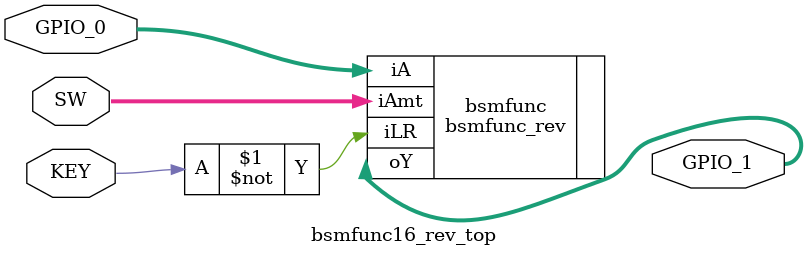
<source format=v>
module bsmfunc16_rev_top
	(
		input wire [15:0] GPIO_0,
		input wire [3:0] SW,
		input wire [0:0] KEY,
		output wire [15:0] GPIO_1
	);

	// 130 logic elements used
	// 18.01 ns worst case propagation delay
	bsmfunc_rev #(.N(16)) bsmfunc
		(.iA(GPIO_0), .iAmt(SW), .iLR(~KEY), .oY(GPIO_1));

endmodule

</source>
